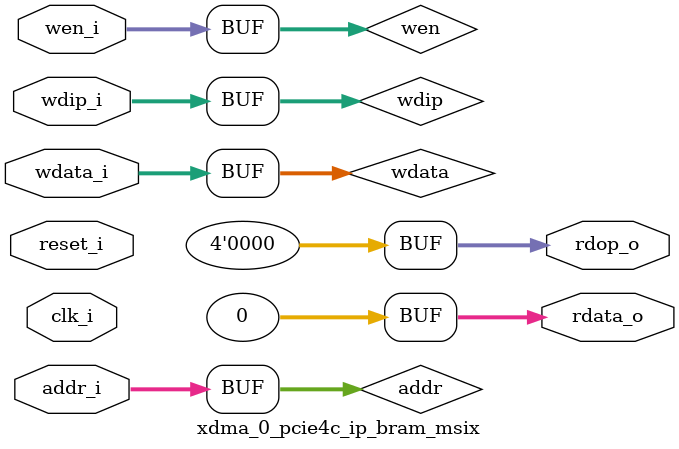
<source format=v>
`timescale 1ps/1ps

(* DowngradeIPIdentifiedWarnings = "yes" *)
module xdma_0_pcie4c_ip_bram_msix #(

  parameter           TCQ = 100
, parameter           TO_RAM_PIPELINE="FALSE"
, parameter           FROM_RAM_PIPELINE="FALSE"
, parameter           MSIX_CAP_TABLE_SIZE=11'h0
, parameter           MSIX_TABLE_RAM_ENABLE="FALSE"

  ) (

  input  wire         clk_i,
  input  wire         reset_i,

  input  wire  [12:0] addr_i,
  input  wire  [31:0] wdata_i,
  input  wire   [3:0] wdip_i,
  input  wire   [3:0] wen_i,
  output wire  [31:0] rdata_o,
  output wire   [3:0] rdop_o

  );

  // WIP : Use Total number of functions (PFs + VFs) to calculate the NUM_BRAM_4K
  localparam integer NUM_BRAM_4K = (MSIX_TABLE_RAM_ENABLE == "TRUE") ? 8 : 0 ;
 

  reg          [12:0] addr;
  reg          [12:0] addr_p0;
  reg          [12:0] addr_p1;
  reg          [31:0] wdata;
  reg           [3:0] wdip;
  reg           [3:0] wen;
  reg          [31:0] reg_rdata;
  reg           [3:0] reg_rdop;
  wire         [31:0] rdata;
  wire          [3:0] rdop;
  genvar              i;
  wire    [(8*4)-1:0] bram_4k_wen;
  wire   [(8*32)-1:0] rdata_t;
  wire    [(8*4)-1:0] rdop_t;

  //
  // Optional input pipe stages
  //
  generate

    if (TO_RAM_PIPELINE == "TRUE") begin : TORAMPIPELINE

      always @(posedge clk_i) begin
     
        if (reset_i) begin

          addr <= #(TCQ) 13'b0;
          wdata <= #(TCQ) 32'b0;
          wdip <= #(TCQ) 4'b0;
          wen <= #(TCQ) 4'b0;

        end else begin

          addr <= #(TCQ) addr_i;
          wdata <= #(TCQ) wdata_i;
          wdip <= #(TCQ) wdip_i;
          wen <= #(TCQ) wen_i;

        end

      end

    end else begin : NOTORAMPIPELINE

      always @(*) begin

          addr = addr_i;
          wdata = wdata_i;
          wdip = wdip_i;
          wen = wen_i;

      end


    end

  endgenerate

  // 
  // Address pipeline
  //
  always @(posedge clk_i) begin
     
    if (reset_i) begin

      addr_p0 <= #(TCQ) 13'b0;
      addr_p1 <= #(TCQ) 13'b0;

    end else begin

      addr_p0 <= #(TCQ) addr;
      addr_p1 <= #(TCQ) addr_p0;

    end

  end

  //
  // Optional output pipe stages
  //
  generate

    if (FROM_RAM_PIPELINE == "TRUE") begin : FRMRAMPIPELINE


      always @(posedge clk_i) begin
     
        if (reset_i) begin

          reg_rdata <= #(TCQ) 32'b0;
          reg_rdop <= #(TCQ) 4'b0;

        end else begin

          case (addr_p1[12:10]) 
            3'b000 : begin
              reg_rdata <= #(TCQ) rdata_t[(32*(0))+31:(32*(0))+0];
              reg_rdop <= #(TCQ) rdop_t[(4*(0))+3:(4*(0))+0];
            end
            3'b001 : begin
              reg_rdata <= #(TCQ) rdata_t[(32*(1))+31:(32*(1))+0];
              reg_rdop <= #(TCQ) rdop_t[(4*(1))+3:(4*(1))+0];
            end
            3'b010 : begin
              reg_rdata <= #(TCQ) rdata_t[(32*(2))+31:(32*(2))+0];
              reg_rdop <= #(TCQ) rdop_t[(4*(2))+3:(4*(2))+0];
            end
            3'b011 : begin
              reg_rdata <= #(TCQ) rdata_t[(32*(3))+31:(32*(3))+0];
              reg_rdop <= #(TCQ) rdop_t[(4*(3))+3:(4*(3))+0];
            end
            3'b100 : begin
              reg_rdata <= #(TCQ) rdata_t[(32*(4))+31:(32*(4))+0];
              reg_rdop <= #(TCQ) rdop_t[(4*(4))+3:(4*(4))+0];
            end
            3'b101 : begin
              reg_rdata <= #(TCQ) rdata_t[(32*(5))+31:(32*(5))+0];
              reg_rdop <= #(TCQ) rdop_t[(4*(5))+3:(4*(5))+0];
            end
            3'b110 : begin
              reg_rdata <= #(TCQ) rdata_t[(32*(6))+31:(32*(6))+0];
              reg_rdop <= #(TCQ) rdop_t[(4*(6))+3:(4*(6))+0];
            end
            3'b111 : begin
              reg_rdata <= #(TCQ) rdata_t[(32*(7))+31:(32*(7))+0];
              reg_rdop <= #(TCQ) rdop_t[(4*(7))+3:(4*(7))+0];
            end
          endcase

        end

      end

    end else begin : NOFRMRAMPIPELINE

      always @(*) begin

          case (addr_p1[12:10]) 
            3'b000 : begin
              reg_rdata <= #(TCQ) rdata_t[(32*(0))+31:(32*(0))+0];
              reg_rdop <= #(TCQ) rdop_t[(4*(0))+3:(4*(0))+0];
            end
            3'b001 : begin
              reg_rdata <= #(TCQ) rdata_t[(32*(1))+31:(32*(1))+0];
              reg_rdop <= #(TCQ) rdop_t[(4*(1))+3:(4*(1))+0];
            end
            3'b010 : begin
              reg_rdata <= #(TCQ) rdata_t[(32*(2))+31:(32*(2))+0];
              reg_rdop <= #(TCQ) rdop_t[(4*(2))+3:(4*(2))+0];
            end
            3'b011 : begin
              reg_rdata <= #(TCQ) rdata_t[(32*(3))+31:(32*(3))+0];
              reg_rdop <= #(TCQ) rdop_t[(4*(3))+3:(4*(3))+0];
            end
            3'b100 : begin
              reg_rdata <= #(TCQ) rdata_t[(32*(4))+31:(32*(4))+0];
              reg_rdop <= #(TCQ) rdop_t[(4*(4))+3:(4*(4))+0];
            end
            3'b101 : begin
              reg_rdata <= #(TCQ) rdata_t[(32*(5))+31:(32*(5))+0];
              reg_rdop <= #(TCQ) rdop_t[(4*(5))+3:(4*(5))+0];
            end
            3'b110 : begin
              reg_rdata <= #(TCQ) rdata_t[(32*(6))+31:(32*(6))+0];
              reg_rdop <= #(TCQ) rdop_t[(4*(6))+3:(4*(6))+0];
            end
            3'b111 : begin
              reg_rdata <= #(TCQ) rdata_t[(32*(7))+31:(32*(7))+0];
              reg_rdop <= #(TCQ) rdop_t[(4*(7))+3:(4*(7))+0];
            end
          endcase

      end

    end
  
  endgenerate

  assign rdata_o = (MSIX_TABLE_RAM_ENABLE == "TRUE") ?  reg_rdata : 32'h0;
  assign rdop_o = (MSIX_TABLE_RAM_ENABLE == "TRUE") ? reg_rdop : 4'h0;

  generate 
  
    for (i=0; i<NUM_BRAM_4K; i=i+1) begin : BRAM4K

      xdma_0_pcie4c_ip_bram_4k_int #(
          .TCQ(TCQ)
        )
        bram_4k_int (
    
          .clk_i (clk_i),
          .reset_i (reset_i),
    
          .addr_i(addr[9:0]),
          .wdata_i(wdata),
          .wdip_i(wdip),
          .wen_i(bram_4k_wen[(4*(i))+3:(4*(i))+0]),
          .rdata_o(rdata_t[(32*i)+31:(32*i)+0]),
          .rdop_o(rdop_t[(4*i)+3:(4*i)+0]),
          .baddr_i(10'b0),
          .brdata_o()

      );
      assign bram_4k_wen[(4*(i))+3:(4*(i))+0] = wen & {4{(i == addr[12:10])}};  
      
    end

  endgenerate

endmodule

</source>
